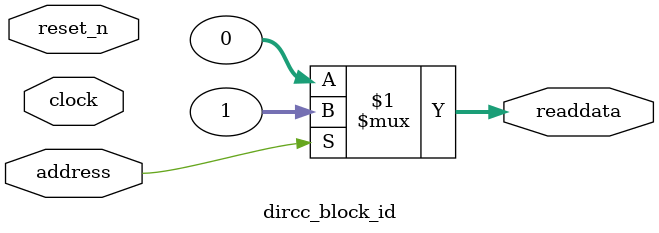
<source format=v>

`define BLOCK_ID 1

`timescale 1ns / 1ps
// synthesis translate_on

// turn off superfluous verilog processor warnings 
// altera message_level Level1 
// altera message_off 10034 10035 10036 10037 10230 10240 10030 

module dircc_block_id (
               // inputs:
                address,
                clock,
                reset_n,

               // outputs:
                readdata
             )
;

  output  [ 31: 0] readdata;
  input            address;
  input            clock;
  input            reset_n;

  wire    [ 31: 0] readdata;
  //control_slave, which is an e_avalon_slave
  assign readdata = address ? `BLOCK_ID : 0;

endmodule

</source>
